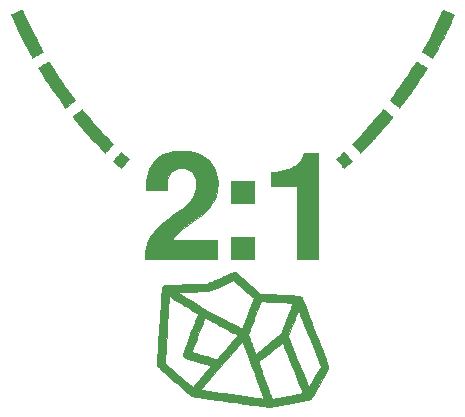
<source format=gbr>
G04 #@! TF.GenerationSoftware,KiCad,Pcbnew,5.1.5+dfsg1-2build2*
G04 #@! TF.CreationDate,2021-05-19T21:24:38-04:00*
G04 #@! TF.ProjectId,ocean_tile_ore,6f636561-6e5f-4746-996c-655f6f72652e,rev?*
G04 #@! TF.SameCoordinates,Original*
G04 #@! TF.FileFunction,Legend,Top*
G04 #@! TF.FilePolarity,Positive*
%FSLAX46Y46*%
G04 Gerber Fmt 4.6, Leading zero omitted, Abs format (unit mm)*
G04 Created by KiCad (PCBNEW 5.1.5+dfsg1-2build2) date 2021-05-19 21:24:38*
%MOMM*%
%LPD*%
G04 APERTURE LIST*
%ADD10C,0.010000*%
G04 APERTURE END LIST*
D10*
G36*
X418925Y-6232214D02*
G01*
X464499Y-6251759D01*
X479894Y-6260042D01*
X507167Y-6280484D01*
X562990Y-6326713D01*
X644456Y-6396188D01*
X748657Y-6486367D01*
X872684Y-6594710D01*
X1013631Y-6718674D01*
X1168590Y-6855719D01*
X1334652Y-7003304D01*
X1508909Y-7158887D01*
X1530226Y-7177967D01*
X2514074Y-8058850D01*
X2839246Y-8074258D01*
X2918810Y-8078102D01*
X3035901Y-8083864D01*
X3185768Y-8091305D01*
X3363659Y-8100187D01*
X3564823Y-8110272D01*
X3784508Y-8121322D01*
X4017963Y-8133098D01*
X4260437Y-8145362D01*
X4507178Y-8157876D01*
X4522129Y-8158635D01*
X4796129Y-8172613D01*
X5031046Y-8184785D01*
X5230082Y-8195405D01*
X5396437Y-8204726D01*
X5533313Y-8213002D01*
X5643910Y-8220487D01*
X5731430Y-8227433D01*
X5799072Y-8234096D01*
X5850038Y-8240728D01*
X5887529Y-8247584D01*
X5914746Y-8254916D01*
X5934889Y-8262979D01*
X5950879Y-8271850D01*
X6003378Y-8310493D01*
X6041087Y-8348612D01*
X6044967Y-8354340D01*
X6055228Y-8378180D01*
X6080013Y-8439234D01*
X6118449Y-8535283D01*
X6169660Y-8664108D01*
X6232773Y-8823490D01*
X6306914Y-9011209D01*
X6391208Y-9225046D01*
X6484781Y-9462781D01*
X6586760Y-9722196D01*
X6696270Y-10001071D01*
X6812438Y-10297187D01*
X6934388Y-10608324D01*
X7061247Y-10932264D01*
X7192140Y-11266787D01*
X7198025Y-11281834D01*
X7357377Y-11689486D01*
X7501825Y-12059503D01*
X7632025Y-12393617D01*
X7748633Y-12693564D01*
X7852304Y-12961076D01*
X7943695Y-13197888D01*
X8023462Y-13405733D01*
X8092260Y-13586347D01*
X8150746Y-13741462D01*
X8199574Y-13872813D01*
X8239401Y-13982134D01*
X8270884Y-14071159D01*
X8294677Y-14141621D01*
X8311436Y-14195255D01*
X8321818Y-14233795D01*
X8326478Y-14258974D01*
X8326884Y-14266334D01*
X8325022Y-14287995D01*
X8318961Y-14314485D01*
X8307257Y-14348529D01*
X8288466Y-14392856D01*
X8261145Y-14450191D01*
X8223851Y-14523260D01*
X8175141Y-14614791D01*
X8113569Y-14727509D01*
X8037694Y-14864142D01*
X7946071Y-15027415D01*
X7837257Y-15220056D01*
X7709809Y-15444791D01*
X7609679Y-15621000D01*
X7487917Y-15834646D01*
X7371143Y-16038553D01*
X7261206Y-16229553D01*
X7159958Y-16404476D01*
X7069250Y-16560151D01*
X6990932Y-16693409D01*
X6926856Y-16801081D01*
X6878871Y-16879997D01*
X6848830Y-16926987D01*
X6840571Y-16938136D01*
X6785314Y-16984213D01*
X6724577Y-17016329D01*
X6722217Y-17017123D01*
X6680610Y-17027745D01*
X6601996Y-17044928D01*
X6490303Y-17067946D01*
X6349458Y-17096071D01*
X6183386Y-17128576D01*
X5996016Y-17164734D01*
X5791273Y-17203818D01*
X5573084Y-17245100D01*
X5345376Y-17287853D01*
X5112077Y-17331350D01*
X4877111Y-17374865D01*
X4644408Y-17417669D01*
X4417892Y-17459035D01*
X4201491Y-17498237D01*
X3999131Y-17534548D01*
X3814740Y-17567239D01*
X3652244Y-17595584D01*
X3515569Y-17618855D01*
X3408644Y-17636326D01*
X3335393Y-17647270D01*
X3299744Y-17650958D01*
X3299574Y-17650955D01*
X3265872Y-17647804D01*
X3192633Y-17639038D01*
X3082235Y-17624981D01*
X2937054Y-17605958D01*
X2759468Y-17582294D01*
X2551854Y-17554313D01*
X2316591Y-17522339D01*
X2056055Y-17486698D01*
X1772623Y-17447714D01*
X1468674Y-17405711D01*
X1146584Y-17361014D01*
X808731Y-17313947D01*
X457492Y-17264835D01*
X95246Y-17214003D01*
X-20094Y-17197781D01*
X-424047Y-17140789D01*
X-809038Y-17086185D01*
X-1173256Y-17034237D01*
X-1514891Y-16985212D01*
X-1832132Y-16939377D01*
X-2123169Y-16896997D01*
X-2386192Y-16858342D01*
X-2619391Y-16823677D01*
X-2820955Y-16793270D01*
X-2989075Y-16767387D01*
X-3121940Y-16746296D01*
X-3217740Y-16730264D01*
X-3274665Y-16719557D01*
X-3290344Y-16715408D01*
X-3319704Y-16694918D01*
X-3377523Y-16648844D01*
X-3460954Y-16579694D01*
X-3567150Y-16489977D01*
X-3693262Y-16382204D01*
X-3836443Y-16258883D01*
X-3917525Y-16188640D01*
X-2513634Y-16188640D01*
X-2493615Y-16192739D01*
X-2434712Y-16202324D01*
X-2339956Y-16216959D01*
X-2212380Y-16236210D01*
X-2055016Y-16259642D01*
X-1870897Y-16286819D01*
X-1663054Y-16317306D01*
X-1434521Y-16350668D01*
X-1188330Y-16386471D01*
X-927512Y-16424278D01*
X-655100Y-16463655D01*
X-374127Y-16504167D01*
X-87626Y-16545379D01*
X201373Y-16586855D01*
X489836Y-16628161D01*
X774731Y-16668861D01*
X1053025Y-16708520D01*
X1321687Y-16746703D01*
X1577683Y-16782975D01*
X1817983Y-16816902D01*
X2039552Y-16848047D01*
X2239359Y-16875975D01*
X2414372Y-16900253D01*
X2561558Y-16920443D01*
X2677885Y-16936113D01*
X2760320Y-16946825D01*
X2805832Y-16952146D01*
X2809875Y-16952498D01*
X2834395Y-16942386D01*
X2836334Y-16935359D01*
X2829184Y-16912741D01*
X2808460Y-16853412D01*
X2775250Y-16760334D01*
X2730642Y-16636469D01*
X2675724Y-16484779D01*
X2611583Y-16308225D01*
X2539308Y-16109769D01*
X2459986Y-15892373D01*
X2374706Y-15658999D01*
X2284554Y-15412608D01*
X2190620Y-15156162D01*
X2093990Y-14892624D01*
X1995754Y-14624955D01*
X1896998Y-14356116D01*
X1798810Y-14089069D01*
X1707538Y-13841063D01*
X2396912Y-13841063D01*
X2403342Y-13861912D01*
X2423008Y-13918803D01*
X2454563Y-14008035D01*
X2496658Y-14125907D01*
X2547949Y-14268720D01*
X2607087Y-14432771D01*
X2672726Y-14614362D01*
X2743519Y-14809790D01*
X2818119Y-15015356D01*
X2895180Y-15227358D01*
X2973354Y-15442097D01*
X3051294Y-15655871D01*
X3127654Y-15864979D01*
X3201087Y-16065722D01*
X3270246Y-16254398D01*
X3333783Y-16427307D01*
X3390353Y-16580747D01*
X3438609Y-16711020D01*
X3477202Y-16814423D01*
X3504787Y-16887256D01*
X3516581Y-16917459D01*
X3538022Y-16958880D01*
X3556007Y-16975667D01*
X3579104Y-16971822D01*
X3640184Y-16960737D01*
X3735642Y-16943089D01*
X3861875Y-16919552D01*
X4015279Y-16890803D01*
X4192249Y-16857516D01*
X4389182Y-16820368D01*
X4602474Y-16780034D01*
X4828520Y-16737189D01*
X4854547Y-16732250D01*
X5081894Y-16689156D01*
X5296964Y-16648498D01*
X5496145Y-16610952D01*
X5675822Y-16577194D01*
X5832381Y-16547899D01*
X5962209Y-16523745D01*
X6061690Y-16505406D01*
X6127212Y-16493560D01*
X6155160Y-16488881D01*
X6155786Y-16488834D01*
X6149993Y-16469734D01*
X6129489Y-16414474D01*
X6095503Y-16326110D01*
X6049266Y-16207697D01*
X5992009Y-16062291D01*
X5924962Y-15892949D01*
X5849354Y-15702727D01*
X5766417Y-15494681D01*
X5677380Y-15271867D01*
X5583474Y-15037341D01*
X5485929Y-14794159D01*
X5385976Y-14545378D01*
X5284845Y-14294053D01*
X5183766Y-14043241D01*
X5083969Y-13795998D01*
X4986685Y-13555379D01*
X4893144Y-13324442D01*
X4804577Y-13106242D01*
X4722213Y-12903835D01*
X4647283Y-12720278D01*
X4581017Y-12558626D01*
X4524646Y-12421935D01*
X4479400Y-12313263D01*
X4446509Y-12235664D01*
X4427203Y-12192196D01*
X4422716Y-12183827D01*
X4405258Y-12195140D01*
X4358601Y-12230668D01*
X4286149Y-12287625D01*
X4191308Y-12363225D01*
X4077482Y-12454682D01*
X3948078Y-12559211D01*
X3806499Y-12674026D01*
X3656153Y-12796341D01*
X3500443Y-12923371D01*
X3342775Y-13052329D01*
X3186555Y-13180431D01*
X3035187Y-13304889D01*
X2892077Y-13422920D01*
X2760631Y-13531736D01*
X2644252Y-13628553D01*
X2546347Y-13710584D01*
X2470322Y-13775043D01*
X2419580Y-13819146D01*
X2397527Y-13840106D01*
X2396912Y-13841063D01*
X1707538Y-13841063D01*
X1702280Y-13826777D01*
X1608494Y-13572200D01*
X1518540Y-13328302D01*
X1433506Y-13098042D01*
X1354480Y-12884385D01*
X1282551Y-12690290D01*
X1218805Y-12518720D01*
X1164332Y-12372636D01*
X1120218Y-12255001D01*
X1087551Y-12168776D01*
X1067420Y-12116923D01*
X1061027Y-12102126D01*
X1044314Y-12114439D01*
X1001928Y-12156532D01*
X935868Y-12226149D01*
X848129Y-12321030D01*
X740708Y-12438917D01*
X615603Y-12577551D01*
X474809Y-12734674D01*
X320325Y-12908028D01*
X154145Y-13095354D01*
X-21732Y-13294393D01*
X-205311Y-13502887D01*
X-394594Y-13718577D01*
X-587584Y-13939206D01*
X-782285Y-14162514D01*
X-976700Y-14386243D01*
X-1168833Y-14608134D01*
X-1356686Y-14825929D01*
X-1538263Y-15037370D01*
X-1662747Y-15182947D01*
X-1812640Y-15358717D01*
X-1954216Y-15525002D01*
X-2085107Y-15679002D01*
X-2202944Y-15817915D01*
X-2305357Y-15938943D01*
X-2389977Y-16039285D01*
X-2454435Y-16116140D01*
X-2496362Y-16166709D01*
X-2513389Y-16188192D01*
X-2513634Y-16188640D01*
X-3917525Y-16188640D01*
X-3993845Y-16122524D01*
X-4162622Y-15975635D01*
X-4339925Y-15820727D01*
X-4522906Y-15660307D01*
X-4708718Y-15496886D01*
X-4894515Y-15332973D01*
X-5077447Y-15171077D01*
X-5254667Y-15013707D01*
X-5423328Y-14863372D01*
X-5580582Y-14722582D01*
X-5723582Y-14593845D01*
X-5849480Y-14479672D01*
X-5955429Y-14382571D01*
X-6038580Y-14305052D01*
X-6096086Y-14249623D01*
X-6125101Y-14218795D01*
X-6127482Y-14215381D01*
X-6169548Y-14140959D01*
X-6157306Y-13931583D01*
X-5521512Y-13931583D01*
X-5445440Y-13998417D01*
X-5132888Y-14272998D01*
X-4850571Y-14520962D01*
X-4596921Y-14743637D01*
X-4370374Y-14942348D01*
X-4169364Y-15118425D01*
X-3992326Y-15273195D01*
X-3837694Y-15407984D01*
X-3703903Y-15524121D01*
X-3589387Y-15622934D01*
X-3492581Y-15705749D01*
X-3411918Y-15773894D01*
X-3345835Y-15828697D01*
X-3292764Y-15871485D01*
X-3251141Y-15903585D01*
X-3219401Y-15926326D01*
X-3195977Y-15941035D01*
X-3179304Y-15949039D01*
X-3167816Y-15951666D01*
X-3159949Y-15950243D01*
X-3154136Y-15946097D01*
X-3151614Y-15943528D01*
X-3131633Y-15920805D01*
X-3086860Y-15868940D01*
X-3019944Y-15791028D01*
X-2933532Y-15690164D01*
X-2830272Y-15569443D01*
X-2712812Y-15431959D01*
X-2583801Y-15280807D01*
X-2445886Y-15119081D01*
X-2371274Y-15031533D01*
X-2231375Y-14866680D01*
X-2100675Y-14711384D01*
X-1981606Y-14568626D01*
X-1876604Y-14441385D01*
X-1788100Y-14332641D01*
X-1718529Y-14245374D01*
X-1670324Y-14182564D01*
X-1645920Y-14147191D01*
X-1643567Y-14140466D01*
X-1666790Y-14131648D01*
X-1726828Y-14112184D01*
X-1819846Y-14083237D01*
X-1942005Y-14045965D01*
X-2089467Y-14001529D01*
X-2258396Y-13951089D01*
X-2444953Y-13895805D01*
X-2645300Y-13836838D01*
X-2730500Y-13811877D01*
X-2936934Y-13751179D01*
X-3132366Y-13693138D01*
X-3312773Y-13638988D01*
X-3474133Y-13589965D01*
X-3612424Y-13547302D01*
X-3723622Y-13512234D01*
X-3803707Y-13485994D01*
X-3848655Y-13469819D01*
X-3855630Y-13466600D01*
X-3916167Y-13412198D01*
X-3966275Y-13333067D01*
X-3996178Y-13246808D01*
X-4000500Y-13205782D01*
X-3993041Y-13174384D01*
X-3971264Y-13105947D01*
X-3936063Y-13002937D01*
X-3931343Y-12989573D01*
X-3252316Y-12989573D01*
X-3231182Y-12996925D01*
X-3174105Y-13014845D01*
X-3085751Y-13041941D01*
X-2970788Y-13076826D01*
X-2833883Y-13118110D01*
X-2679702Y-13164405D01*
X-2512913Y-13214321D01*
X-2338183Y-13266471D01*
X-2160178Y-13319464D01*
X-1983566Y-13371913D01*
X-1813013Y-13422428D01*
X-1653187Y-13469620D01*
X-1508754Y-13512101D01*
X-1384382Y-13548482D01*
X-1284737Y-13577373D01*
X-1214486Y-13597386D01*
X-1178297Y-13607132D01*
X-1174750Y-13607849D01*
X-1157420Y-13592749D01*
X-1114548Y-13548505D01*
X-1048539Y-13477772D01*
X-961798Y-13383202D01*
X-856731Y-13267450D01*
X-735743Y-13133168D01*
X-601239Y-12983010D01*
X-455626Y-12819629D01*
X-301308Y-12645679D01*
X-254000Y-12592197D01*
X-97791Y-12415351D01*
X49955Y-12247827D01*
X186875Y-12092319D01*
X310607Y-11951524D01*
X418787Y-11828138D01*
X509052Y-11724858D01*
X579040Y-11644378D01*
X626388Y-11589397D01*
X648733Y-11562608D01*
X650205Y-11560480D01*
X632574Y-11549297D01*
X580879Y-11520551D01*
X498671Y-11476093D01*
X471822Y-11461750D01*
X1523575Y-11461750D01*
X1530504Y-11487617D01*
X1550348Y-11547457D01*
X1581283Y-11636331D01*
X1621481Y-11749301D01*
X1669116Y-11881428D01*
X1722362Y-12027774D01*
X1779393Y-12183399D01*
X1838382Y-12343366D01*
X1897504Y-12502736D01*
X1954931Y-12656571D01*
X2008838Y-12799931D01*
X2057398Y-12927878D01*
X2098785Y-13035473D01*
X2131173Y-13117779D01*
X2152735Y-13169856D01*
X2161507Y-13186834D01*
X2179947Y-13173721D01*
X2228247Y-13135881D01*
X2303640Y-13075563D01*
X2403360Y-12995016D01*
X2524642Y-12896489D01*
X2664718Y-12782231D01*
X2820824Y-12654490D01*
X2990192Y-12515515D01*
X3170057Y-12367555D01*
X3231197Y-12317180D01*
X4055288Y-11637902D01*
X4896367Y-11637902D01*
X5776642Y-13810463D01*
X5913938Y-14149225D01*
X6036283Y-14450823D01*
X6144574Y-14717350D01*
X6239710Y-14950898D01*
X6322587Y-15153556D01*
X6394103Y-15327419D01*
X6455156Y-15474576D01*
X6506642Y-15597120D01*
X6549460Y-15697143D01*
X6584507Y-15776736D01*
X6612680Y-15837990D01*
X6634877Y-15882998D01*
X6651994Y-15913851D01*
X6664931Y-15932640D01*
X6674583Y-15941458D01*
X6681849Y-15942396D01*
X6687626Y-15937546D01*
X6688667Y-15936088D01*
X6705493Y-15908343D01*
X6740937Y-15847732D01*
X6792728Y-15758210D01*
X6858592Y-15643730D01*
X6936260Y-15508247D01*
X7023459Y-15355716D01*
X7117917Y-15190090D01*
X7192107Y-15059746D01*
X7663797Y-14230342D01*
X6728314Y-11835338D01*
X6609525Y-11531474D01*
X6494903Y-11238776D01*
X6385396Y-10959638D01*
X6281954Y-10696457D01*
X6185525Y-10451630D01*
X6097056Y-10227552D01*
X6017497Y-10026619D01*
X5947796Y-9851228D01*
X5888901Y-9703775D01*
X5841762Y-9586655D01*
X5807325Y-9502266D01*
X5786541Y-9453003D01*
X5780374Y-9440493D01*
X5770484Y-9459627D01*
X5746511Y-9514616D01*
X5709894Y-9601928D01*
X5662075Y-9718033D01*
X5604494Y-9859402D01*
X5538589Y-10022503D01*
X5465803Y-10203806D01*
X5387574Y-10399781D01*
X5332142Y-10539278D01*
X4896367Y-11637902D01*
X4055288Y-11637902D01*
X4286250Y-11447526D01*
X4802162Y-10146689D01*
X4890226Y-9924247D01*
X4973314Y-9713606D01*
X5050160Y-9518025D01*
X5119497Y-9340764D01*
X5180061Y-9185082D01*
X5230583Y-9054239D01*
X5269799Y-8951495D01*
X5296442Y-8880108D01*
X5309246Y-8843339D01*
X5310162Y-8838961D01*
X5288126Y-8836573D01*
X5228203Y-8832432D01*
X5134717Y-8826753D01*
X5011988Y-8819753D01*
X4864339Y-8811647D01*
X4696091Y-8802651D01*
X4511568Y-8792981D01*
X4315089Y-8782853D01*
X4110978Y-8772483D01*
X3903557Y-8762086D01*
X3697147Y-8751878D01*
X3496070Y-8742076D01*
X3304648Y-8732894D01*
X3127204Y-8724550D01*
X2968059Y-8717258D01*
X2831535Y-8711235D01*
X2721954Y-8706696D01*
X2643638Y-8703857D01*
X2600908Y-8702935D01*
X2594145Y-8703318D01*
X2584771Y-8724998D01*
X2561698Y-8782233D01*
X2526433Y-8871135D01*
X2480488Y-8987815D01*
X2425370Y-9128386D01*
X2362589Y-9288957D01*
X2293654Y-9465640D01*
X2220075Y-9654548D01*
X2143360Y-9851790D01*
X2065019Y-10053479D01*
X1986561Y-10255725D01*
X1909496Y-10454641D01*
X1835332Y-10646336D01*
X1765579Y-10826923D01*
X1701746Y-10992514D01*
X1645342Y-11139218D01*
X1597876Y-11263148D01*
X1560859Y-11360415D01*
X1535798Y-11427130D01*
X1524203Y-11459405D01*
X1523575Y-11461750D01*
X471822Y-11461750D01*
X389506Y-11417777D01*
X256934Y-11347456D01*
X104510Y-11266981D01*
X-64213Y-11178206D01*
X-245682Y-11082984D01*
X-436345Y-10983167D01*
X-632648Y-10880609D01*
X-831038Y-10777162D01*
X-1027963Y-10674678D01*
X-1219868Y-10575011D01*
X-1403201Y-10480013D01*
X-1574409Y-10391538D01*
X-1729939Y-10311437D01*
X-1866238Y-10241564D01*
X-1979752Y-10183772D01*
X-2066929Y-10139913D01*
X-2124215Y-10111840D01*
X-2147698Y-10101484D01*
X-2157890Y-10119906D01*
X-2181482Y-10174191D01*
X-2217027Y-10260556D01*
X-2263080Y-10375221D01*
X-2318193Y-10514402D01*
X-2380921Y-10674318D01*
X-2449816Y-10851188D01*
X-2523433Y-11041228D01*
X-2600325Y-11240659D01*
X-2679044Y-11445696D01*
X-2758146Y-11652560D01*
X-2836183Y-11857467D01*
X-2911709Y-12056636D01*
X-2983278Y-12246285D01*
X-3049442Y-12422632D01*
X-3108756Y-12581895D01*
X-3159773Y-12720292D01*
X-3201046Y-12834042D01*
X-3231130Y-12919363D01*
X-3248577Y-12972472D01*
X-3252316Y-12989573D01*
X-3931343Y-12989573D01*
X-3888334Y-12867818D01*
X-3828975Y-12703055D01*
X-3758880Y-12511115D01*
X-3678946Y-12294462D01*
X-3590070Y-12055563D01*
X-3493146Y-11796881D01*
X-3389072Y-11520883D01*
X-3364125Y-11454969D01*
X-3267942Y-11200716D01*
X-3176336Y-10957991D01*
X-3090384Y-10729685D01*
X-3011165Y-10518687D01*
X-2939757Y-10327889D01*
X-2877238Y-10160181D01*
X-2824687Y-10018453D01*
X-2783182Y-9905597D01*
X-2753801Y-9824502D01*
X-2737623Y-9778059D01*
X-2734733Y-9767712D01*
X-2756481Y-9752492D01*
X-2810151Y-9717516D01*
X-2892186Y-9665004D01*
X-2999027Y-9597178D01*
X-3127118Y-9516259D01*
X-3272900Y-9424467D01*
X-3432817Y-9324024D01*
X-3603311Y-9217150D01*
X-3780825Y-9106066D01*
X-3961800Y-8992993D01*
X-4142680Y-8880153D01*
X-4319907Y-8769766D01*
X-4489923Y-8664052D01*
X-4649172Y-8565234D01*
X-4794095Y-8475531D01*
X-4921135Y-8397165D01*
X-5026734Y-8332357D01*
X-5107336Y-8283327D01*
X-5159382Y-8252297D01*
X-5179316Y-8241487D01*
X-5179401Y-8241513D01*
X-5181732Y-8263368D01*
X-5186360Y-8325035D01*
X-5193133Y-8424063D01*
X-5201901Y-8558002D01*
X-5212511Y-8724400D01*
X-5224814Y-8920807D01*
X-5238658Y-9144772D01*
X-5253892Y-9393844D01*
X-5270365Y-9665572D01*
X-5287925Y-9957507D01*
X-5306422Y-10267197D01*
X-5325705Y-10592190D01*
X-5345623Y-10930038D01*
X-5355078Y-11091170D01*
X-5521512Y-13931583D01*
X-6157306Y-13931583D01*
X-5976662Y-10842196D01*
X-5950358Y-10393307D01*
X-5926297Y-9984874D01*
X-5904356Y-9615086D01*
X-5884413Y-9282131D01*
X-5866347Y-8984199D01*
X-5850035Y-8719478D01*
X-5835354Y-8486157D01*
X-5822184Y-8282424D01*
X-5810401Y-8106469D01*
X-5799884Y-7956480D01*
X-5797314Y-7921967D01*
X-4416149Y-7921967D01*
X-4400576Y-7938862D01*
X-4363068Y-7968512D01*
X-4301853Y-8012094D01*
X-4215162Y-8070789D01*
X-4101225Y-8145778D01*
X-3958270Y-8238240D01*
X-3784528Y-8349354D01*
X-3578228Y-8480302D01*
X-3342640Y-8629086D01*
X-2211916Y-9341838D01*
X-613833Y-10173330D01*
X-372152Y-10299014D01*
X-141288Y-10418949D01*
X76008Y-10531713D01*
X276984Y-10635883D01*
X458888Y-10730037D01*
X618967Y-10812752D01*
X754469Y-10882606D01*
X862643Y-10938177D01*
X940737Y-10978042D01*
X985998Y-11000778D01*
X996696Y-11005744D01*
X1006341Y-10986724D01*
X1030000Y-10931529D01*
X1066355Y-10843444D01*
X1114091Y-10725752D01*
X1171891Y-10581738D01*
X1238438Y-10414688D01*
X1312416Y-10227886D01*
X1392508Y-10024617D01*
X1477399Y-9808166D01*
X1506714Y-9733192D01*
X2004286Y-8459718D01*
X1197935Y-7740257D01*
X1039467Y-7598837D01*
X889195Y-7464681D01*
X750353Y-7340676D01*
X626173Y-7229712D01*
X519885Y-7134678D01*
X434724Y-7058463D01*
X373920Y-7003957D01*
X340706Y-6974049D01*
X337212Y-6970864D01*
X282841Y-6920933D01*
X-91375Y-7101619D01*
X-447963Y-7270566D01*
X-775056Y-7418872D01*
X-1070768Y-7545706D01*
X-1333213Y-7650238D01*
X-1363315Y-7661593D01*
X-1463989Y-7699383D01*
X-1551560Y-7731694D01*
X-1630249Y-7759049D01*
X-1704273Y-7781968D01*
X-1777853Y-7800976D01*
X-1855207Y-7816593D01*
X-1940556Y-7829342D01*
X-2038119Y-7839746D01*
X-2152115Y-7848327D01*
X-2286763Y-7855607D01*
X-2446284Y-7862108D01*
X-2634896Y-7868352D01*
X-2856818Y-7874863D01*
X-3116271Y-7882161D01*
X-3153833Y-7883219D01*
X-3376714Y-7889471D01*
X-3588262Y-7895336D01*
X-3784446Y-7900707D01*
X-3961235Y-7905477D01*
X-4114597Y-7909539D01*
X-4240499Y-7912786D01*
X-4334911Y-7915111D01*
X-4393800Y-7916406D01*
X-4411557Y-7916644D01*
X-4416149Y-7921967D01*
X-5797314Y-7921967D01*
X-5790511Y-7830646D01*
X-5782160Y-7727156D01*
X-5774708Y-7644199D01*
X-5768034Y-7579963D01*
X-5762015Y-7532637D01*
X-5756529Y-7500410D01*
X-5751454Y-7481470D01*
X-5749901Y-7477927D01*
X-5709015Y-7423498D01*
X-5651503Y-7373045D01*
X-5639697Y-7365246D01*
X-5625043Y-7356623D01*
X-5608888Y-7349019D01*
X-5588360Y-7342276D01*
X-5560588Y-7336237D01*
X-5522698Y-7330745D01*
X-5471819Y-7325643D01*
X-5405079Y-7320773D01*
X-5319606Y-7315979D01*
X-5212527Y-7311103D01*
X-5080971Y-7305988D01*
X-4922065Y-7300476D01*
X-4732937Y-7294411D01*
X-4510715Y-7287636D01*
X-4252527Y-7279993D01*
X-3955501Y-7271325D01*
X-3887642Y-7269351D01*
X-3621700Y-7261546D01*
X-3365574Y-7253889D01*
X-3122776Y-7246492D01*
X-2896818Y-7239470D01*
X-2691213Y-7232935D01*
X-2509474Y-7227001D01*
X-2355113Y-7221783D01*
X-2231642Y-7217392D01*
X-2142576Y-7213943D01*
X-2091425Y-7211549D01*
X-2084916Y-7211124D01*
X-1985468Y-7194649D01*
X-1851859Y-7158120D01*
X-1686635Y-7102571D01*
X-1492339Y-7029041D01*
X-1271517Y-6938566D01*
X-1026713Y-6832181D01*
X-760472Y-6710924D01*
X-475338Y-6575831D01*
X-226940Y-6454330D01*
X-63674Y-6374252D01*
X67359Y-6312644D01*
X171298Y-6268094D01*
X253285Y-6239189D01*
X318458Y-6224516D01*
X371958Y-6222662D01*
X418925Y-6232214D01*
G37*
X418925Y-6232214D02*
X464499Y-6251759D01*
X479894Y-6260042D01*
X507167Y-6280484D01*
X562990Y-6326713D01*
X644456Y-6396188D01*
X748657Y-6486367D01*
X872684Y-6594710D01*
X1013631Y-6718674D01*
X1168590Y-6855719D01*
X1334652Y-7003304D01*
X1508909Y-7158887D01*
X1530226Y-7177967D01*
X2514074Y-8058850D01*
X2839246Y-8074258D01*
X2918810Y-8078102D01*
X3035901Y-8083864D01*
X3185768Y-8091305D01*
X3363659Y-8100187D01*
X3564823Y-8110272D01*
X3784508Y-8121322D01*
X4017963Y-8133098D01*
X4260437Y-8145362D01*
X4507178Y-8157876D01*
X4522129Y-8158635D01*
X4796129Y-8172613D01*
X5031046Y-8184785D01*
X5230082Y-8195405D01*
X5396437Y-8204726D01*
X5533313Y-8213002D01*
X5643910Y-8220487D01*
X5731430Y-8227433D01*
X5799072Y-8234096D01*
X5850038Y-8240728D01*
X5887529Y-8247584D01*
X5914746Y-8254916D01*
X5934889Y-8262979D01*
X5950879Y-8271850D01*
X6003378Y-8310493D01*
X6041087Y-8348612D01*
X6044967Y-8354340D01*
X6055228Y-8378180D01*
X6080013Y-8439234D01*
X6118449Y-8535283D01*
X6169660Y-8664108D01*
X6232773Y-8823490D01*
X6306914Y-9011209D01*
X6391208Y-9225046D01*
X6484781Y-9462781D01*
X6586760Y-9722196D01*
X6696270Y-10001071D01*
X6812438Y-10297187D01*
X6934388Y-10608324D01*
X7061247Y-10932264D01*
X7192140Y-11266787D01*
X7198025Y-11281834D01*
X7357377Y-11689486D01*
X7501825Y-12059503D01*
X7632025Y-12393617D01*
X7748633Y-12693564D01*
X7852304Y-12961076D01*
X7943695Y-13197888D01*
X8023462Y-13405733D01*
X8092260Y-13586347D01*
X8150746Y-13741462D01*
X8199574Y-13872813D01*
X8239401Y-13982134D01*
X8270884Y-14071159D01*
X8294677Y-14141621D01*
X8311436Y-14195255D01*
X8321818Y-14233795D01*
X8326478Y-14258974D01*
X8326884Y-14266334D01*
X8325022Y-14287995D01*
X8318961Y-14314485D01*
X8307257Y-14348529D01*
X8288466Y-14392856D01*
X8261145Y-14450191D01*
X8223851Y-14523260D01*
X8175141Y-14614791D01*
X8113569Y-14727509D01*
X8037694Y-14864142D01*
X7946071Y-15027415D01*
X7837257Y-15220056D01*
X7709809Y-15444791D01*
X7609679Y-15621000D01*
X7487917Y-15834646D01*
X7371143Y-16038553D01*
X7261206Y-16229553D01*
X7159958Y-16404476D01*
X7069250Y-16560151D01*
X6990932Y-16693409D01*
X6926856Y-16801081D01*
X6878871Y-16879997D01*
X6848830Y-16926987D01*
X6840571Y-16938136D01*
X6785314Y-16984213D01*
X6724577Y-17016329D01*
X6722217Y-17017123D01*
X6680610Y-17027745D01*
X6601996Y-17044928D01*
X6490303Y-17067946D01*
X6349458Y-17096071D01*
X6183386Y-17128576D01*
X5996016Y-17164734D01*
X5791273Y-17203818D01*
X5573084Y-17245100D01*
X5345376Y-17287853D01*
X5112077Y-17331350D01*
X4877111Y-17374865D01*
X4644408Y-17417669D01*
X4417892Y-17459035D01*
X4201491Y-17498237D01*
X3999131Y-17534548D01*
X3814740Y-17567239D01*
X3652244Y-17595584D01*
X3515569Y-17618855D01*
X3408644Y-17636326D01*
X3335393Y-17647270D01*
X3299744Y-17650958D01*
X3299574Y-17650955D01*
X3265872Y-17647804D01*
X3192633Y-17639038D01*
X3082235Y-17624981D01*
X2937054Y-17605958D01*
X2759468Y-17582294D01*
X2551854Y-17554313D01*
X2316591Y-17522339D01*
X2056055Y-17486698D01*
X1772623Y-17447714D01*
X1468674Y-17405711D01*
X1146584Y-17361014D01*
X808731Y-17313947D01*
X457492Y-17264835D01*
X95246Y-17214003D01*
X-20094Y-17197781D01*
X-424047Y-17140789D01*
X-809038Y-17086185D01*
X-1173256Y-17034237D01*
X-1514891Y-16985212D01*
X-1832132Y-16939377D01*
X-2123169Y-16896997D01*
X-2386192Y-16858342D01*
X-2619391Y-16823677D01*
X-2820955Y-16793270D01*
X-2989075Y-16767387D01*
X-3121940Y-16746296D01*
X-3217740Y-16730264D01*
X-3274665Y-16719557D01*
X-3290344Y-16715408D01*
X-3319704Y-16694918D01*
X-3377523Y-16648844D01*
X-3460954Y-16579694D01*
X-3567150Y-16489977D01*
X-3693262Y-16382204D01*
X-3836443Y-16258883D01*
X-3917525Y-16188640D01*
X-2513634Y-16188640D01*
X-2493615Y-16192739D01*
X-2434712Y-16202324D01*
X-2339956Y-16216959D01*
X-2212380Y-16236210D01*
X-2055016Y-16259642D01*
X-1870897Y-16286819D01*
X-1663054Y-16317306D01*
X-1434521Y-16350668D01*
X-1188330Y-16386471D01*
X-927512Y-16424278D01*
X-655100Y-16463655D01*
X-374127Y-16504167D01*
X-87626Y-16545379D01*
X201373Y-16586855D01*
X489836Y-16628161D01*
X774731Y-16668861D01*
X1053025Y-16708520D01*
X1321687Y-16746703D01*
X1577683Y-16782975D01*
X1817983Y-16816902D01*
X2039552Y-16848047D01*
X2239359Y-16875975D01*
X2414372Y-16900253D01*
X2561558Y-16920443D01*
X2677885Y-16936113D01*
X2760320Y-16946825D01*
X2805832Y-16952146D01*
X2809875Y-16952498D01*
X2834395Y-16942386D01*
X2836334Y-16935359D01*
X2829184Y-16912741D01*
X2808460Y-16853412D01*
X2775250Y-16760334D01*
X2730642Y-16636469D01*
X2675724Y-16484779D01*
X2611583Y-16308225D01*
X2539308Y-16109769D01*
X2459986Y-15892373D01*
X2374706Y-15658999D01*
X2284554Y-15412608D01*
X2190620Y-15156162D01*
X2093990Y-14892624D01*
X1995754Y-14624955D01*
X1896998Y-14356116D01*
X1798810Y-14089069D01*
X1707538Y-13841063D01*
X2396912Y-13841063D01*
X2403342Y-13861912D01*
X2423008Y-13918803D01*
X2454563Y-14008035D01*
X2496658Y-14125907D01*
X2547949Y-14268720D01*
X2607087Y-14432771D01*
X2672726Y-14614362D01*
X2743519Y-14809790D01*
X2818119Y-15015356D01*
X2895180Y-15227358D01*
X2973354Y-15442097D01*
X3051294Y-15655871D01*
X3127654Y-15864979D01*
X3201087Y-16065722D01*
X3270246Y-16254398D01*
X3333783Y-16427307D01*
X3390353Y-16580747D01*
X3438609Y-16711020D01*
X3477202Y-16814423D01*
X3504787Y-16887256D01*
X3516581Y-16917459D01*
X3538022Y-16958880D01*
X3556007Y-16975667D01*
X3579104Y-16971822D01*
X3640184Y-16960737D01*
X3735642Y-16943089D01*
X3861875Y-16919552D01*
X4015279Y-16890803D01*
X4192249Y-16857516D01*
X4389182Y-16820368D01*
X4602474Y-16780034D01*
X4828520Y-16737189D01*
X4854547Y-16732250D01*
X5081894Y-16689156D01*
X5296964Y-16648498D01*
X5496145Y-16610952D01*
X5675822Y-16577194D01*
X5832381Y-16547899D01*
X5962209Y-16523745D01*
X6061690Y-16505406D01*
X6127212Y-16493560D01*
X6155160Y-16488881D01*
X6155786Y-16488834D01*
X6149993Y-16469734D01*
X6129489Y-16414474D01*
X6095503Y-16326110D01*
X6049266Y-16207697D01*
X5992009Y-16062291D01*
X5924962Y-15892949D01*
X5849354Y-15702727D01*
X5766417Y-15494681D01*
X5677380Y-15271867D01*
X5583474Y-15037341D01*
X5485929Y-14794159D01*
X5385976Y-14545378D01*
X5284845Y-14294053D01*
X5183766Y-14043241D01*
X5083969Y-13795998D01*
X4986685Y-13555379D01*
X4893144Y-13324442D01*
X4804577Y-13106242D01*
X4722213Y-12903835D01*
X4647283Y-12720278D01*
X4581017Y-12558626D01*
X4524646Y-12421935D01*
X4479400Y-12313263D01*
X4446509Y-12235664D01*
X4427203Y-12192196D01*
X4422716Y-12183827D01*
X4405258Y-12195140D01*
X4358601Y-12230668D01*
X4286149Y-12287625D01*
X4191308Y-12363225D01*
X4077482Y-12454682D01*
X3948078Y-12559211D01*
X3806499Y-12674026D01*
X3656153Y-12796341D01*
X3500443Y-12923371D01*
X3342775Y-13052329D01*
X3186555Y-13180431D01*
X3035187Y-13304889D01*
X2892077Y-13422920D01*
X2760631Y-13531736D01*
X2644252Y-13628553D01*
X2546347Y-13710584D01*
X2470322Y-13775043D01*
X2419580Y-13819146D01*
X2397527Y-13840106D01*
X2396912Y-13841063D01*
X1707538Y-13841063D01*
X1702280Y-13826777D01*
X1608494Y-13572200D01*
X1518540Y-13328302D01*
X1433506Y-13098042D01*
X1354480Y-12884385D01*
X1282551Y-12690290D01*
X1218805Y-12518720D01*
X1164332Y-12372636D01*
X1120218Y-12255001D01*
X1087551Y-12168776D01*
X1067420Y-12116923D01*
X1061027Y-12102126D01*
X1044314Y-12114439D01*
X1001928Y-12156532D01*
X935868Y-12226149D01*
X848129Y-12321030D01*
X740708Y-12438917D01*
X615603Y-12577551D01*
X474809Y-12734674D01*
X320325Y-12908028D01*
X154145Y-13095354D01*
X-21732Y-13294393D01*
X-205311Y-13502887D01*
X-394594Y-13718577D01*
X-587584Y-13939206D01*
X-782285Y-14162514D01*
X-976700Y-14386243D01*
X-1168833Y-14608134D01*
X-1356686Y-14825929D01*
X-1538263Y-15037370D01*
X-1662747Y-15182947D01*
X-1812640Y-15358717D01*
X-1954216Y-15525002D01*
X-2085107Y-15679002D01*
X-2202944Y-15817915D01*
X-2305357Y-15938943D01*
X-2389977Y-16039285D01*
X-2454435Y-16116140D01*
X-2496362Y-16166709D01*
X-2513389Y-16188192D01*
X-2513634Y-16188640D01*
X-3917525Y-16188640D01*
X-3993845Y-16122524D01*
X-4162622Y-15975635D01*
X-4339925Y-15820727D01*
X-4522906Y-15660307D01*
X-4708718Y-15496886D01*
X-4894515Y-15332973D01*
X-5077447Y-15171077D01*
X-5254667Y-15013707D01*
X-5423328Y-14863372D01*
X-5580582Y-14722582D01*
X-5723582Y-14593845D01*
X-5849480Y-14479672D01*
X-5955429Y-14382571D01*
X-6038580Y-14305052D01*
X-6096086Y-14249623D01*
X-6125101Y-14218795D01*
X-6127482Y-14215381D01*
X-6169548Y-14140959D01*
X-6157306Y-13931583D01*
X-5521512Y-13931583D01*
X-5445440Y-13998417D01*
X-5132888Y-14272998D01*
X-4850571Y-14520962D01*
X-4596921Y-14743637D01*
X-4370374Y-14942348D01*
X-4169364Y-15118425D01*
X-3992326Y-15273195D01*
X-3837694Y-15407984D01*
X-3703903Y-15524121D01*
X-3589387Y-15622934D01*
X-3492581Y-15705749D01*
X-3411918Y-15773894D01*
X-3345835Y-15828697D01*
X-3292764Y-15871485D01*
X-3251141Y-15903585D01*
X-3219401Y-15926326D01*
X-3195977Y-15941035D01*
X-3179304Y-15949039D01*
X-3167816Y-15951666D01*
X-3159949Y-15950243D01*
X-3154136Y-15946097D01*
X-3151614Y-15943528D01*
X-3131633Y-15920805D01*
X-3086860Y-15868940D01*
X-3019944Y-15791028D01*
X-2933532Y-15690164D01*
X-2830272Y-15569443D01*
X-2712812Y-15431959D01*
X-2583801Y-15280807D01*
X-2445886Y-15119081D01*
X-2371274Y-15031533D01*
X-2231375Y-14866680D01*
X-2100675Y-14711384D01*
X-1981606Y-14568626D01*
X-1876604Y-14441385D01*
X-1788100Y-14332641D01*
X-1718529Y-14245374D01*
X-1670324Y-14182564D01*
X-1645920Y-14147191D01*
X-1643567Y-14140466D01*
X-1666790Y-14131648D01*
X-1726828Y-14112184D01*
X-1819846Y-14083237D01*
X-1942005Y-14045965D01*
X-2089467Y-14001529D01*
X-2258396Y-13951089D01*
X-2444953Y-13895805D01*
X-2645300Y-13836838D01*
X-2730500Y-13811877D01*
X-2936934Y-13751179D01*
X-3132366Y-13693138D01*
X-3312773Y-13638988D01*
X-3474133Y-13589965D01*
X-3612424Y-13547302D01*
X-3723622Y-13512234D01*
X-3803707Y-13485994D01*
X-3848655Y-13469819D01*
X-3855630Y-13466600D01*
X-3916167Y-13412198D01*
X-3966275Y-13333067D01*
X-3996178Y-13246808D01*
X-4000500Y-13205782D01*
X-3993041Y-13174384D01*
X-3971264Y-13105947D01*
X-3936063Y-13002937D01*
X-3931343Y-12989573D01*
X-3252316Y-12989573D01*
X-3231182Y-12996925D01*
X-3174105Y-13014845D01*
X-3085751Y-13041941D01*
X-2970788Y-13076826D01*
X-2833883Y-13118110D01*
X-2679702Y-13164405D01*
X-2512913Y-13214321D01*
X-2338183Y-13266471D01*
X-2160178Y-13319464D01*
X-1983566Y-13371913D01*
X-1813013Y-13422428D01*
X-1653187Y-13469620D01*
X-1508754Y-13512101D01*
X-1384382Y-13548482D01*
X-1284737Y-13577373D01*
X-1214486Y-13597386D01*
X-1178297Y-13607132D01*
X-1174750Y-13607849D01*
X-1157420Y-13592749D01*
X-1114548Y-13548505D01*
X-1048539Y-13477772D01*
X-961798Y-13383202D01*
X-856731Y-13267450D01*
X-735743Y-13133168D01*
X-601239Y-12983010D01*
X-455626Y-12819629D01*
X-301308Y-12645679D01*
X-254000Y-12592197D01*
X-97791Y-12415351D01*
X49955Y-12247827D01*
X186875Y-12092319D01*
X310607Y-11951524D01*
X418787Y-11828138D01*
X509052Y-11724858D01*
X579040Y-11644378D01*
X626388Y-11589397D01*
X648733Y-11562608D01*
X650205Y-11560480D01*
X632574Y-11549297D01*
X580879Y-11520551D01*
X498671Y-11476093D01*
X471822Y-11461750D01*
X1523575Y-11461750D01*
X1530504Y-11487617D01*
X1550348Y-11547457D01*
X1581283Y-11636331D01*
X1621481Y-11749301D01*
X1669116Y-11881428D01*
X1722362Y-12027774D01*
X1779393Y-12183399D01*
X1838382Y-12343366D01*
X1897504Y-12502736D01*
X1954931Y-12656571D01*
X2008838Y-12799931D01*
X2057398Y-12927878D01*
X2098785Y-13035473D01*
X2131173Y-13117779D01*
X2152735Y-13169856D01*
X2161507Y-13186834D01*
X2179947Y-13173721D01*
X2228247Y-13135881D01*
X2303640Y-13075563D01*
X2403360Y-12995016D01*
X2524642Y-12896489D01*
X2664718Y-12782231D01*
X2820824Y-12654490D01*
X2990192Y-12515515D01*
X3170057Y-12367555D01*
X3231197Y-12317180D01*
X4055288Y-11637902D01*
X4896367Y-11637902D01*
X5776642Y-13810463D01*
X5913938Y-14149225D01*
X6036283Y-14450823D01*
X6144574Y-14717350D01*
X6239710Y-14950898D01*
X6322587Y-15153556D01*
X6394103Y-15327419D01*
X6455156Y-15474576D01*
X6506642Y-15597120D01*
X6549460Y-15697143D01*
X6584507Y-15776736D01*
X6612680Y-15837990D01*
X6634877Y-15882998D01*
X6651994Y-15913851D01*
X6664931Y-15932640D01*
X6674583Y-15941458D01*
X6681849Y-15942396D01*
X6687626Y-15937546D01*
X6688667Y-15936088D01*
X6705493Y-15908343D01*
X6740937Y-15847732D01*
X6792728Y-15758210D01*
X6858592Y-15643730D01*
X6936260Y-15508247D01*
X7023459Y-15355716D01*
X7117917Y-15190090D01*
X7192107Y-15059746D01*
X7663797Y-14230342D01*
X6728314Y-11835338D01*
X6609525Y-11531474D01*
X6494903Y-11238776D01*
X6385396Y-10959638D01*
X6281954Y-10696457D01*
X6185525Y-10451630D01*
X6097056Y-10227552D01*
X6017497Y-10026619D01*
X5947796Y-9851228D01*
X5888901Y-9703775D01*
X5841762Y-9586655D01*
X5807325Y-9502266D01*
X5786541Y-9453003D01*
X5780374Y-9440493D01*
X5770484Y-9459627D01*
X5746511Y-9514616D01*
X5709894Y-9601928D01*
X5662075Y-9718033D01*
X5604494Y-9859402D01*
X5538589Y-10022503D01*
X5465803Y-10203806D01*
X5387574Y-10399781D01*
X5332142Y-10539278D01*
X4896367Y-11637902D01*
X4055288Y-11637902D01*
X4286250Y-11447526D01*
X4802162Y-10146689D01*
X4890226Y-9924247D01*
X4973314Y-9713606D01*
X5050160Y-9518025D01*
X5119497Y-9340764D01*
X5180061Y-9185082D01*
X5230583Y-9054239D01*
X5269799Y-8951495D01*
X5296442Y-8880108D01*
X5309246Y-8843339D01*
X5310162Y-8838961D01*
X5288126Y-8836573D01*
X5228203Y-8832432D01*
X5134717Y-8826753D01*
X5011988Y-8819753D01*
X4864339Y-8811647D01*
X4696091Y-8802651D01*
X4511568Y-8792981D01*
X4315089Y-8782853D01*
X4110978Y-8772483D01*
X3903557Y-8762086D01*
X3697147Y-8751878D01*
X3496070Y-8742076D01*
X3304648Y-8732894D01*
X3127204Y-8724550D01*
X2968059Y-8717258D01*
X2831535Y-8711235D01*
X2721954Y-8706696D01*
X2643638Y-8703857D01*
X2600908Y-8702935D01*
X2594145Y-8703318D01*
X2584771Y-8724998D01*
X2561698Y-8782233D01*
X2526433Y-8871135D01*
X2480488Y-8987815D01*
X2425370Y-9128386D01*
X2362589Y-9288957D01*
X2293654Y-9465640D01*
X2220075Y-9654548D01*
X2143360Y-9851790D01*
X2065019Y-10053479D01*
X1986561Y-10255725D01*
X1909496Y-10454641D01*
X1835332Y-10646336D01*
X1765579Y-10826923D01*
X1701746Y-10992514D01*
X1645342Y-11139218D01*
X1597876Y-11263148D01*
X1560859Y-11360415D01*
X1535798Y-11427130D01*
X1524203Y-11459405D01*
X1523575Y-11461750D01*
X471822Y-11461750D01*
X389506Y-11417777D01*
X256934Y-11347456D01*
X104510Y-11266981D01*
X-64213Y-11178206D01*
X-245682Y-11082984D01*
X-436345Y-10983167D01*
X-632648Y-10880609D01*
X-831038Y-10777162D01*
X-1027963Y-10674678D01*
X-1219868Y-10575011D01*
X-1403201Y-10480013D01*
X-1574409Y-10391538D01*
X-1729939Y-10311437D01*
X-1866238Y-10241564D01*
X-1979752Y-10183772D01*
X-2066929Y-10139913D01*
X-2124215Y-10111840D01*
X-2147698Y-10101484D01*
X-2157890Y-10119906D01*
X-2181482Y-10174191D01*
X-2217027Y-10260556D01*
X-2263080Y-10375221D01*
X-2318193Y-10514402D01*
X-2380921Y-10674318D01*
X-2449816Y-10851188D01*
X-2523433Y-11041228D01*
X-2600325Y-11240659D01*
X-2679044Y-11445696D01*
X-2758146Y-11652560D01*
X-2836183Y-11857467D01*
X-2911709Y-12056636D01*
X-2983278Y-12246285D01*
X-3049442Y-12422632D01*
X-3108756Y-12581895D01*
X-3159773Y-12720292D01*
X-3201046Y-12834042D01*
X-3231130Y-12919363D01*
X-3248577Y-12972472D01*
X-3252316Y-12989573D01*
X-3931343Y-12989573D01*
X-3888334Y-12867818D01*
X-3828975Y-12703055D01*
X-3758880Y-12511115D01*
X-3678946Y-12294462D01*
X-3590070Y-12055563D01*
X-3493146Y-11796881D01*
X-3389072Y-11520883D01*
X-3364125Y-11454969D01*
X-3267942Y-11200716D01*
X-3176336Y-10957991D01*
X-3090384Y-10729685D01*
X-3011165Y-10518687D01*
X-2939757Y-10327889D01*
X-2877238Y-10160181D01*
X-2824687Y-10018453D01*
X-2783182Y-9905597D01*
X-2753801Y-9824502D01*
X-2737623Y-9778059D01*
X-2734733Y-9767712D01*
X-2756481Y-9752492D01*
X-2810151Y-9717516D01*
X-2892186Y-9665004D01*
X-2999027Y-9597178D01*
X-3127118Y-9516259D01*
X-3272900Y-9424467D01*
X-3432817Y-9324024D01*
X-3603311Y-9217150D01*
X-3780825Y-9106066D01*
X-3961800Y-8992993D01*
X-4142680Y-8880153D01*
X-4319907Y-8769766D01*
X-4489923Y-8664052D01*
X-4649172Y-8565234D01*
X-4794095Y-8475531D01*
X-4921135Y-8397165D01*
X-5026734Y-8332357D01*
X-5107336Y-8283327D01*
X-5159382Y-8252297D01*
X-5179316Y-8241487D01*
X-5179401Y-8241513D01*
X-5181732Y-8263368D01*
X-5186360Y-8325035D01*
X-5193133Y-8424063D01*
X-5201901Y-8558002D01*
X-5212511Y-8724400D01*
X-5224814Y-8920807D01*
X-5238658Y-9144772D01*
X-5253892Y-9393844D01*
X-5270365Y-9665572D01*
X-5287925Y-9957507D01*
X-5306422Y-10267197D01*
X-5325705Y-10592190D01*
X-5345623Y-10930038D01*
X-5355078Y-11091170D01*
X-5521512Y-13931583D01*
X-6157306Y-13931583D01*
X-5976662Y-10842196D01*
X-5950358Y-10393307D01*
X-5926297Y-9984874D01*
X-5904356Y-9615086D01*
X-5884413Y-9282131D01*
X-5866347Y-8984199D01*
X-5850035Y-8719478D01*
X-5835354Y-8486157D01*
X-5822184Y-8282424D01*
X-5810401Y-8106469D01*
X-5799884Y-7956480D01*
X-5797314Y-7921967D01*
X-4416149Y-7921967D01*
X-4400576Y-7938862D01*
X-4363068Y-7968512D01*
X-4301853Y-8012094D01*
X-4215162Y-8070789D01*
X-4101225Y-8145778D01*
X-3958270Y-8238240D01*
X-3784528Y-8349354D01*
X-3578228Y-8480302D01*
X-3342640Y-8629086D01*
X-2211916Y-9341838D01*
X-613833Y-10173330D01*
X-372152Y-10299014D01*
X-141288Y-10418949D01*
X76008Y-10531713D01*
X276984Y-10635883D01*
X458888Y-10730037D01*
X618967Y-10812752D01*
X754469Y-10882606D01*
X862643Y-10938177D01*
X940737Y-10978042D01*
X985998Y-11000778D01*
X996696Y-11005744D01*
X1006341Y-10986724D01*
X1030000Y-10931529D01*
X1066355Y-10843444D01*
X1114091Y-10725752D01*
X1171891Y-10581738D01*
X1238438Y-10414688D01*
X1312416Y-10227886D01*
X1392508Y-10024617D01*
X1477399Y-9808166D01*
X1506714Y-9733192D01*
X2004286Y-8459718D01*
X1197935Y-7740257D01*
X1039467Y-7598837D01*
X889195Y-7464681D01*
X750353Y-7340676D01*
X626173Y-7229712D01*
X519885Y-7134678D01*
X434724Y-7058463D01*
X373920Y-7003957D01*
X340706Y-6974049D01*
X337212Y-6970864D01*
X282841Y-6920933D01*
X-91375Y-7101619D01*
X-447963Y-7270566D01*
X-775056Y-7418872D01*
X-1070768Y-7545706D01*
X-1333213Y-7650238D01*
X-1363315Y-7661593D01*
X-1463989Y-7699383D01*
X-1551560Y-7731694D01*
X-1630249Y-7759049D01*
X-1704273Y-7781968D01*
X-1777853Y-7800976D01*
X-1855207Y-7816593D01*
X-1940556Y-7829342D01*
X-2038119Y-7839746D01*
X-2152115Y-7848327D01*
X-2286763Y-7855607D01*
X-2446284Y-7862108D01*
X-2634896Y-7868352D01*
X-2856818Y-7874863D01*
X-3116271Y-7882161D01*
X-3153833Y-7883219D01*
X-3376714Y-7889471D01*
X-3588262Y-7895336D01*
X-3784446Y-7900707D01*
X-3961235Y-7905477D01*
X-4114597Y-7909539D01*
X-4240499Y-7912786D01*
X-4334911Y-7915111D01*
X-4393800Y-7916406D01*
X-4411557Y-7916644D01*
X-4416149Y-7921967D01*
X-5797314Y-7921967D01*
X-5790511Y-7830646D01*
X-5782160Y-7727156D01*
X-5774708Y-7644199D01*
X-5768034Y-7579963D01*
X-5762015Y-7532637D01*
X-5756529Y-7500410D01*
X-5751454Y-7481470D01*
X-5749901Y-7477927D01*
X-5709015Y-7423498D01*
X-5651503Y-7373045D01*
X-5639697Y-7365246D01*
X-5625043Y-7356623D01*
X-5608888Y-7349019D01*
X-5588360Y-7342276D01*
X-5560588Y-7336237D01*
X-5522698Y-7330745D01*
X-5471819Y-7325643D01*
X-5405079Y-7320773D01*
X-5319606Y-7315979D01*
X-5212527Y-7311103D01*
X-5080971Y-7305988D01*
X-4922065Y-7300476D01*
X-4732937Y-7294411D01*
X-4510715Y-7287636D01*
X-4252527Y-7279993D01*
X-3955501Y-7271325D01*
X-3887642Y-7269351D01*
X-3621700Y-7261546D01*
X-3365574Y-7253889D01*
X-3122776Y-7246492D01*
X-2896818Y-7239470D01*
X-2691213Y-7232935D01*
X-2509474Y-7227001D01*
X-2355113Y-7221783D01*
X-2231642Y-7217392D01*
X-2142576Y-7213943D01*
X-2091425Y-7211549D01*
X-2084916Y-7211124D01*
X-1985468Y-7194649D01*
X-1851859Y-7158120D01*
X-1686635Y-7102571D01*
X-1492339Y-7029041D01*
X-1271517Y-6938566D01*
X-1026713Y-6832181D01*
X-760472Y-6710924D01*
X-475338Y-6575831D01*
X-226940Y-6454330D01*
X-63674Y-6374252D01*
X67359Y-6312644D01*
X171298Y-6268094D01*
X253285Y-6239189D01*
X318458Y-6224516D01*
X371958Y-6222662D01*
X418925Y-6232214D01*
G36*
X-3773200Y4051510D02*
G01*
X-3424732Y4013282D01*
X-3103126Y3948180D01*
X-2804587Y3855065D01*
X-2525321Y3732800D01*
X-2261534Y3580249D01*
X-2061349Y3437385D01*
X-1815981Y3221196D01*
X-1604159Y2979594D01*
X-1426324Y2713553D01*
X-1282917Y2424046D01*
X-1174379Y2112046D01*
X-1101151Y1778525D01*
X-1063675Y1424458D01*
X-1058458Y1224950D01*
X-1073081Y891330D01*
X-1118177Y580912D01*
X-1196045Y285304D01*
X-1308984Y-3888D01*
X-1459293Y-295059D01*
X-1488460Y-344910D01*
X-1584401Y-497673D01*
X-1687129Y-643010D01*
X-1799921Y-783974D01*
X-1926052Y-923619D01*
X-2068797Y-1065001D01*
X-2231433Y-1211173D01*
X-2417235Y-1365189D01*
X-2629479Y-1530105D01*
X-2871439Y-1708974D01*
X-3146393Y-1904851D01*
X-3206750Y-1947117D01*
X-3517000Y-2167985D01*
X-3791162Y-2372262D01*
X-4031248Y-2561801D01*
X-4239274Y-2738460D01*
X-4417251Y-2904092D01*
X-4567194Y-3060555D01*
X-4691118Y-3209702D01*
X-4791034Y-3353390D01*
X-4855234Y-3466042D01*
X-4890587Y-3534834D01*
X-1100666Y-3534834D01*
X-1100666Y-5143500D01*
X-7234985Y-5143500D01*
X-7224884Y-5011209D01*
X-7181930Y-4597233D01*
X-7118833Y-4219144D01*
X-7035188Y-3875378D01*
X-6930589Y-3564370D01*
X-6804630Y-3284556D01*
X-6751100Y-3186116D01*
X-6628498Y-2995801D01*
X-6472697Y-2793197D01*
X-6288855Y-2583928D01*
X-6082129Y-2373621D01*
X-5857677Y-2167899D01*
X-5685006Y-2023375D01*
X-5615025Y-1968606D01*
X-5517336Y-1894314D01*
X-5398712Y-1805535D01*
X-5265925Y-1707306D01*
X-5125747Y-1604664D01*
X-4984951Y-1502647D01*
X-4982664Y-1500999D01*
X-4718578Y-1309693D01*
X-4486126Y-1138806D01*
X-4281617Y-985425D01*
X-4101363Y-846636D01*
X-3941673Y-719526D01*
X-3798857Y-601181D01*
X-3669228Y-488687D01*
X-3549094Y-379130D01*
X-3484648Y-318030D01*
X-3293356Y-116041D01*
X-3141134Y87199D01*
X-3025049Y298236D01*
X-2942171Y523611D01*
X-2889567Y769871D01*
X-2864305Y1043558D01*
X-2863303Y1068916D01*
X-2866106Y1341093D01*
X-2895744Y1583215D01*
X-2953157Y1798718D01*
X-3039285Y1991038D01*
X-3155070Y2163610D01*
X-3166935Y2178239D01*
X-3321549Y2336430D01*
X-3494838Y2457328D01*
X-3688164Y2541551D01*
X-3902894Y2589714D01*
X-4106333Y2602765D01*
X-4344334Y2584317D01*
X-4560948Y2529633D01*
X-4754946Y2439705D01*
X-4925097Y2315522D01*
X-5070171Y2158077D01*
X-5188939Y1968360D01*
X-5280170Y1747361D01*
X-5313977Y1629833D01*
X-5334230Y1535671D01*
X-5349350Y1431090D01*
X-5360314Y1306662D01*
X-5368098Y1152957D01*
X-5370429Y1084791D01*
X-5381665Y719666D01*
X-7112000Y719666D01*
X-7111826Y1042458D01*
X-7096451Y1441415D01*
X-7050568Y1811485D01*
X-6973872Y2153443D01*
X-6866056Y2468065D01*
X-6726816Y2756127D01*
X-6555847Y3018404D01*
X-6352842Y3255672D01*
X-6175277Y3421161D01*
X-5928510Y3606198D01*
X-5662461Y3758881D01*
X-5374969Y3879895D01*
X-5063873Y3969929D01*
X-4727012Y4029667D01*
X-4362224Y4059798D01*
X-4152326Y4064000D01*
X-3773200Y4051510D01*
G37*
X-3773200Y4051510D02*
X-3424732Y4013282D01*
X-3103126Y3948180D01*
X-2804587Y3855065D01*
X-2525321Y3732800D01*
X-2261534Y3580249D01*
X-2061349Y3437385D01*
X-1815981Y3221196D01*
X-1604159Y2979594D01*
X-1426324Y2713553D01*
X-1282917Y2424046D01*
X-1174379Y2112046D01*
X-1101151Y1778525D01*
X-1063675Y1424458D01*
X-1058458Y1224950D01*
X-1073081Y891330D01*
X-1118177Y580912D01*
X-1196045Y285304D01*
X-1308984Y-3888D01*
X-1459293Y-295059D01*
X-1488460Y-344910D01*
X-1584401Y-497673D01*
X-1687129Y-643010D01*
X-1799921Y-783974D01*
X-1926052Y-923619D01*
X-2068797Y-1065001D01*
X-2231433Y-1211173D01*
X-2417235Y-1365189D01*
X-2629479Y-1530105D01*
X-2871439Y-1708974D01*
X-3146393Y-1904851D01*
X-3206750Y-1947117D01*
X-3517000Y-2167985D01*
X-3791162Y-2372262D01*
X-4031248Y-2561801D01*
X-4239274Y-2738460D01*
X-4417251Y-2904092D01*
X-4567194Y-3060555D01*
X-4691118Y-3209702D01*
X-4791034Y-3353390D01*
X-4855234Y-3466042D01*
X-4890587Y-3534834D01*
X-1100666Y-3534834D01*
X-1100666Y-5143500D01*
X-7234985Y-5143500D01*
X-7224884Y-5011209D01*
X-7181930Y-4597233D01*
X-7118833Y-4219144D01*
X-7035188Y-3875378D01*
X-6930589Y-3564370D01*
X-6804630Y-3284556D01*
X-6751100Y-3186116D01*
X-6628498Y-2995801D01*
X-6472697Y-2793197D01*
X-6288855Y-2583928D01*
X-6082129Y-2373621D01*
X-5857677Y-2167899D01*
X-5685006Y-2023375D01*
X-5615025Y-1968606D01*
X-5517336Y-1894314D01*
X-5398712Y-1805535D01*
X-5265925Y-1707306D01*
X-5125747Y-1604664D01*
X-4984951Y-1502647D01*
X-4982664Y-1500999D01*
X-4718578Y-1309693D01*
X-4486126Y-1138806D01*
X-4281617Y-985425D01*
X-4101363Y-846636D01*
X-3941673Y-719526D01*
X-3798857Y-601181D01*
X-3669228Y-488687D01*
X-3549094Y-379130D01*
X-3484648Y-318030D01*
X-3293356Y-116041D01*
X-3141134Y87199D01*
X-3025049Y298236D01*
X-2942171Y523611D01*
X-2889567Y769871D01*
X-2864305Y1043558D01*
X-2863303Y1068916D01*
X-2866106Y1341093D01*
X-2895744Y1583215D01*
X-2953157Y1798718D01*
X-3039285Y1991038D01*
X-3155070Y2163610D01*
X-3166935Y2178239D01*
X-3321549Y2336430D01*
X-3494838Y2457328D01*
X-3688164Y2541551D01*
X-3902894Y2589714D01*
X-4106333Y2602765D01*
X-4344334Y2584317D01*
X-4560948Y2529633D01*
X-4754946Y2439705D01*
X-4925097Y2315522D01*
X-5070171Y2158077D01*
X-5188939Y1968360D01*
X-5280170Y1747361D01*
X-5313977Y1629833D01*
X-5334230Y1535671D01*
X-5349350Y1431090D01*
X-5360314Y1306662D01*
X-5368098Y1152957D01*
X-5370429Y1084791D01*
X-5381665Y719666D01*
X-7112000Y719666D01*
X-7111826Y1042458D01*
X-7096451Y1441415D01*
X-7050568Y1811485D01*
X-6973872Y2153443D01*
X-6866056Y2468065D01*
X-6726816Y2756127D01*
X-6555847Y3018404D01*
X-6352842Y3255672D01*
X-6175277Y3421161D01*
X-5928510Y3606198D01*
X-5662461Y3758881D01*
X-5374969Y3879895D01*
X-5063873Y3969929D01*
X-4727012Y4029667D01*
X-4362224Y4059798D01*
X-4152326Y4064000D01*
X-3773200Y4051510D01*
G36*
X2010834Y-5143500D02*
G01*
X84667Y-5143500D01*
X84667Y-3259667D01*
X2010834Y-3259667D01*
X2010834Y-5143500D01*
G37*
X2010834Y-5143500D02*
X84667Y-5143500D01*
X84667Y-3259667D01*
X2010834Y-3259667D01*
X2010834Y-5143500D01*
G36*
X7450667Y-5143500D02*
G01*
X5651500Y-5143500D01*
X5651500Y1058333D01*
X3492500Y1058333D01*
X3492500Y2257395D01*
X3857625Y2282700D01*
X4238851Y2321905D01*
X4585399Y2384537D01*
X4898150Y2471054D01*
X5177985Y2581912D01*
X5425786Y2717569D01*
X5642432Y2878480D01*
X5828807Y3065103D01*
X5985789Y3277895D01*
X6072940Y3431353D01*
X6121193Y3530464D01*
X6166048Y3630413D01*
X6201040Y3716434D01*
X6214286Y3754182D01*
X6251898Y3873500D01*
X7450667Y3873500D01*
X7450667Y-5143500D01*
G37*
X7450667Y-5143500D02*
X5651500Y-5143500D01*
X5651500Y1058333D01*
X3492500Y1058333D01*
X3492500Y2257395D01*
X3857625Y2282700D01*
X4238851Y2321905D01*
X4585399Y2384537D01*
X4898150Y2471054D01*
X5177985Y2581912D01*
X5425786Y2717569D01*
X5642432Y2878480D01*
X5828807Y3065103D01*
X5985789Y3277895D01*
X6072940Y3431353D01*
X6121193Y3530464D01*
X6166048Y3630413D01*
X6201040Y3716434D01*
X6214286Y3754182D01*
X6251898Y3873500D01*
X7450667Y3873500D01*
X7450667Y-5143500D01*
G36*
X2010834Y-381000D02*
G01*
X84667Y-381000D01*
X84667Y1481666D01*
X2010834Y1481666D01*
X2010834Y-381000D01*
G37*
X2010834Y-381000D02*
X84667Y-381000D01*
X84667Y1481666D01*
X2010834Y1481666D01*
X2010834Y-381000D01*
G36*
X-8969469Y3721601D02*
G01*
X-8878998Y3638995D01*
X-8792758Y3560788D01*
X-8718721Y3494170D01*
X-8664861Y3446337D01*
X-8651482Y3434702D01*
X-8571962Y3366321D01*
X-8895022Y2976245D01*
X-8985762Y2867148D01*
X-9067532Y2769719D01*
X-9136499Y2688456D01*
X-9188826Y2627858D01*
X-9220678Y2592421D01*
X-9228666Y2584993D01*
X-9246947Y2598097D01*
X-9291649Y2635306D01*
X-9357799Y2692326D01*
X-9440423Y2764865D01*
X-9534546Y2848629D01*
X-9546166Y2859041D01*
X-9643200Y2946210D01*
X-9730822Y3025216D01*
X-9803590Y3091126D01*
X-9856061Y3139011D01*
X-9882790Y3163939D01*
X-9883536Y3164676D01*
X-9894474Y3182671D01*
X-9889655Y3206296D01*
X-9864980Y3242278D01*
X-9816349Y3297346D01*
X-9777627Y3338501D01*
X-9710721Y3408957D01*
X-9625038Y3499318D01*
X-9530874Y3598717D01*
X-9438528Y3696291D01*
X-9424599Y3711017D01*
X-9207935Y3940118D01*
X-8969469Y3721601D01*
G37*
X-8969469Y3721601D02*
X-8878998Y3638995D01*
X-8792758Y3560788D01*
X-8718721Y3494170D01*
X-8664861Y3446337D01*
X-8651482Y3434702D01*
X-8571962Y3366321D01*
X-8895022Y2976245D01*
X-8985762Y2867148D01*
X-9067532Y2769719D01*
X-9136499Y2688456D01*
X-9188826Y2627858D01*
X-9220678Y2592421D01*
X-9228666Y2584993D01*
X-9246947Y2598097D01*
X-9291649Y2635306D01*
X-9357799Y2692326D01*
X-9440423Y2764865D01*
X-9534546Y2848629D01*
X-9546166Y2859041D01*
X-9643200Y2946210D01*
X-9730822Y3025216D01*
X-9803590Y3091126D01*
X-9856061Y3139011D01*
X-9882790Y3163939D01*
X-9883536Y3164676D01*
X-9894474Y3182671D01*
X-9889655Y3206296D01*
X-9864980Y3242278D01*
X-9816349Y3297346D01*
X-9777627Y3338501D01*
X-9710721Y3408957D01*
X-9625038Y3499318D01*
X-9530874Y3598717D01*
X-9438528Y3696291D01*
X-9424599Y3711017D01*
X-9207935Y3940118D01*
X-8969469Y3721601D01*
G36*
X9782870Y3751305D02*
G01*
X9876461Y3653903D01*
X9983127Y3542815D01*
X10086660Y3434925D01*
X10139603Y3379720D01*
X10318750Y3192857D01*
X10230343Y3115137D01*
X10183382Y3073674D01*
X10112796Y3011130D01*
X10026568Y2934589D01*
X9932681Y2851133D01*
X9886314Y2809875D01*
X9800036Y2733409D01*
X9725541Y2668019D01*
X9668217Y2618385D01*
X9633453Y2589185D01*
X9625470Y2583381D01*
X9611087Y2599245D01*
X9573471Y2643250D01*
X9516380Y2710926D01*
X9443578Y2797803D01*
X9358822Y2899413D01*
X9295030Y2976147D01*
X8969810Y3367865D01*
X9062197Y3446023D01*
X9112459Y3489634D01*
X9184949Y3553945D01*
X9270747Y3630980D01*
X9360937Y3712767D01*
X9379934Y3730104D01*
X9605284Y3936028D01*
X9782870Y3751305D01*
G37*
X9782870Y3751305D02*
X9876461Y3653903D01*
X9983127Y3542815D01*
X10086660Y3434925D01*
X10139603Y3379720D01*
X10318750Y3192857D01*
X10230343Y3115137D01*
X10183382Y3073674D01*
X10112796Y3011130D01*
X10026568Y2934589D01*
X9932681Y2851133D01*
X9886314Y2809875D01*
X9800036Y2733409D01*
X9725541Y2668019D01*
X9668217Y2618385D01*
X9633453Y2589185D01*
X9625470Y2583381D01*
X9611087Y2599245D01*
X9573471Y2643250D01*
X9516380Y2710926D01*
X9443578Y2797803D01*
X9358822Y2899413D01*
X9295030Y2976147D01*
X8969810Y3367865D01*
X9062197Y3446023D01*
X9112459Y3489634D01*
X9184949Y3553945D01*
X9270747Y3630980D01*
X9360937Y3712767D01*
X9379934Y3730104D01*
X9605284Y3936028D01*
X9782870Y3751305D01*
G36*
X-12534496Y7538728D02*
G01*
X-12494919Y7498213D01*
X-12439863Y7436328D01*
X-12374736Y7358982D01*
X-12359451Y7340302D01*
X-11963765Y6862026D01*
X-11566781Y6398309D01*
X-11160049Y5939620D01*
X-10735118Y5476430D01*
X-10283537Y4999210D01*
X-10281310Y4996890D01*
X-9905204Y4605001D01*
X-10259910Y4249834D01*
X-10360127Y4150064D01*
X-10450570Y4061125D01*
X-10526933Y3987163D01*
X-10584908Y3932323D01*
X-10620190Y3900749D01*
X-10628895Y3894666D01*
X-10646689Y3909344D01*
X-10689832Y3950789D01*
X-10754470Y4015124D01*
X-10836748Y4098469D01*
X-10932813Y4196946D01*
X-11038811Y4306674D01*
X-11054779Y4323291D01*
X-11381075Y4666270D01*
X-11683869Y4991571D01*
X-11971916Y5308937D01*
X-12253967Y5628110D01*
X-12538777Y5958832D01*
X-12761710Y6223000D01*
X-12905722Y6395287D01*
X-13024391Y6538047D01*
X-13119821Y6653981D01*
X-13194119Y6745788D01*
X-13249390Y6816170D01*
X-13287739Y6867827D01*
X-13311272Y6903460D01*
X-13322096Y6925770D01*
X-13322314Y6937458D01*
X-13320330Y6939502D01*
X-13298427Y6956360D01*
X-13248718Y6995907D01*
X-13176225Y7054104D01*
X-13085972Y7126915D01*
X-12982982Y7210302D01*
X-12934579Y7249583D01*
X-12827941Y7335869D01*
X-12732103Y7412812D01*
X-12652001Y7476498D01*
X-12592573Y7523012D01*
X-12558756Y7548441D01*
X-12553190Y7551969D01*
X-12534496Y7538728D01*
G37*
X-12534496Y7538728D02*
X-12494919Y7498213D01*
X-12439863Y7436328D01*
X-12374736Y7358982D01*
X-12359451Y7340302D01*
X-11963765Y6862026D01*
X-11566781Y6398309D01*
X-11160049Y5939620D01*
X-10735118Y5476430D01*
X-10283537Y4999210D01*
X-10281310Y4996890D01*
X-9905204Y4605001D01*
X-10259910Y4249834D01*
X-10360127Y4150064D01*
X-10450570Y4061125D01*
X-10526933Y3987163D01*
X-10584908Y3932323D01*
X-10620190Y3900749D01*
X-10628895Y3894666D01*
X-10646689Y3909344D01*
X-10689832Y3950789D01*
X-10754470Y4015124D01*
X-10836748Y4098469D01*
X-10932813Y4196946D01*
X-11038811Y4306674D01*
X-11054779Y4323291D01*
X-11381075Y4666270D01*
X-11683869Y4991571D01*
X-11971916Y5308937D01*
X-12253967Y5628110D01*
X-12538777Y5958832D01*
X-12761710Y6223000D01*
X-12905722Y6395287D01*
X-13024391Y6538047D01*
X-13119821Y6653981D01*
X-13194119Y6745788D01*
X-13249390Y6816170D01*
X-13287739Y6867827D01*
X-13311272Y6903460D01*
X-13322096Y6925770D01*
X-13322314Y6937458D01*
X-13320330Y6939502D01*
X-13298427Y6956360D01*
X-13248718Y6995907D01*
X-13176225Y7054104D01*
X-13085972Y7126915D01*
X-12982982Y7210302D01*
X-12934579Y7249583D01*
X-12827941Y7335869D01*
X-12732103Y7412812D01*
X-12652001Y7476498D01*
X-12592573Y7523012D01*
X-12558756Y7548441D01*
X-12553190Y7551969D01*
X-12534496Y7538728D01*
G36*
X12965370Y7543774D02*
G01*
X13011254Y7508633D01*
X13078545Y7455630D01*
X13161631Y7389322D01*
X13254900Y7314263D01*
X13352741Y7235007D01*
X13449543Y7156109D01*
X13539693Y7082124D01*
X13617579Y7017607D01*
X13677591Y6967111D01*
X13714117Y6935193D01*
X13722594Y6926586D01*
X13712533Y6905051D01*
X13677156Y6854907D01*
X13619124Y6779318D01*
X13541102Y6681445D01*
X13445750Y6564449D01*
X13335732Y6431494D01*
X13213709Y6285740D01*
X13082344Y6130350D01*
X12944300Y5968485D01*
X12802238Y5803308D01*
X12658821Y5637980D01*
X12516712Y5475663D01*
X12378573Y5319519D01*
X12247066Y5172710D01*
X12228469Y5152123D01*
X12131153Y5045303D01*
X12021975Y4926802D01*
X11904409Y4800271D01*
X11781927Y4669357D01*
X11658004Y4537711D01*
X11536112Y4408980D01*
X11419723Y4286814D01*
X11312313Y4174863D01*
X11217352Y4076774D01*
X11138315Y3996197D01*
X11078676Y3936781D01*
X11041906Y3902175D01*
X11031608Y3894666D01*
X11013124Y3909025D01*
X10969154Y3949350D01*
X10903986Y4011518D01*
X10821910Y4091404D01*
X10727216Y4184884D01*
X10658366Y4253550D01*
X10299948Y4612433D01*
X10669487Y4989091D01*
X11132458Y5472817D01*
X11605321Y5990407D01*
X12089777Y6543765D01*
X12587526Y7134793D01*
X12590588Y7138496D01*
X12684469Y7251558D01*
X12769452Y7353020D01*
X12841850Y7438551D01*
X12897975Y7503818D01*
X12934139Y7544491D01*
X12946505Y7556500D01*
X12965370Y7543774D01*
G37*
X12965370Y7543774D02*
X13011254Y7508633D01*
X13078545Y7455630D01*
X13161631Y7389322D01*
X13254900Y7314263D01*
X13352741Y7235007D01*
X13449543Y7156109D01*
X13539693Y7082124D01*
X13617579Y7017607D01*
X13677591Y6967111D01*
X13714117Y6935193D01*
X13722594Y6926586D01*
X13712533Y6905051D01*
X13677156Y6854907D01*
X13619124Y6779318D01*
X13541102Y6681445D01*
X13445750Y6564449D01*
X13335732Y6431494D01*
X13213709Y6285740D01*
X13082344Y6130350D01*
X12944300Y5968485D01*
X12802238Y5803308D01*
X12658821Y5637980D01*
X12516712Y5475663D01*
X12378573Y5319519D01*
X12247066Y5172710D01*
X12228469Y5152123D01*
X12131153Y5045303D01*
X12021975Y4926802D01*
X11904409Y4800271D01*
X11781927Y4669357D01*
X11658004Y4537711D01*
X11536112Y4408980D01*
X11419723Y4286814D01*
X11312313Y4174863D01*
X11217352Y4076774D01*
X11138315Y3996197D01*
X11078676Y3936781D01*
X11041906Y3902175D01*
X11031608Y3894666D01*
X11013124Y3909025D01*
X10969154Y3949350D01*
X10903986Y4011518D01*
X10821910Y4091404D01*
X10727216Y4184884D01*
X10658366Y4253550D01*
X10299948Y4612433D01*
X10669487Y4989091D01*
X11132458Y5472817D01*
X11605321Y5990407D01*
X12089777Y6543765D01*
X12587526Y7134793D01*
X12590588Y7138496D01*
X12684469Y7251558D01*
X12769452Y7353020D01*
X12841850Y7438551D01*
X12897975Y7503818D01*
X12934139Y7544491D01*
X12946505Y7556500D01*
X12965370Y7543774D01*
G36*
X-15344300Y11576115D02*
G01*
X-15314158Y11527500D01*
X-15271674Y11458017D01*
X-15230384Y11389928D01*
X-15007435Y11028739D01*
X-14761220Y10643890D01*
X-14496928Y10243060D01*
X-14219752Y9833929D01*
X-13934882Y9424178D01*
X-13647508Y9021487D01*
X-13413543Y8701812D01*
X-13140838Y8333707D01*
X-13190294Y8286940D01*
X-13221817Y8260248D01*
X-13281263Y8212732D01*
X-13362720Y8149011D01*
X-13460274Y8073702D01*
X-13568013Y7991421D01*
X-13594089Y7971634D01*
X-13948428Y7703093D01*
X-14221572Y8071011D01*
X-14513976Y8471456D01*
X-14817516Y8899681D01*
X-15124937Y9345339D01*
X-15367097Y9704916D01*
X-15459036Y9843882D01*
X-15556029Y9992191D01*
X-15655472Y10145710D01*
X-15754763Y10300302D01*
X-15851299Y10451834D01*
X-15942480Y10596170D01*
X-16025701Y10729175D01*
X-16098361Y10846713D01*
X-16157858Y10944651D01*
X-16201589Y11018853D01*
X-16226952Y11065184D01*
X-16232180Y11079518D01*
X-16208929Y11095439D01*
X-16156366Y11128264D01*
X-16080580Y11174398D01*
X-15987660Y11230244D01*
X-15883692Y11292207D01*
X-15774765Y11356693D01*
X-15666967Y11420106D01*
X-15566385Y11478850D01*
X-15479108Y11529330D01*
X-15411224Y11567951D01*
X-15368820Y11591118D01*
X-15357360Y11596158D01*
X-15344300Y11576115D01*
G37*
X-15344300Y11576115D02*
X-15314158Y11527500D01*
X-15271674Y11458017D01*
X-15230384Y11389928D01*
X-15007435Y11028739D01*
X-14761220Y10643890D01*
X-14496928Y10243060D01*
X-14219752Y9833929D01*
X-13934882Y9424178D01*
X-13647508Y9021487D01*
X-13413543Y8701812D01*
X-13140838Y8333707D01*
X-13190294Y8286940D01*
X-13221817Y8260248D01*
X-13281263Y8212732D01*
X-13362720Y8149011D01*
X-13460274Y8073702D01*
X-13568013Y7991421D01*
X-13594089Y7971634D01*
X-13948428Y7703093D01*
X-14221572Y8071011D01*
X-14513976Y8471456D01*
X-14817516Y8899681D01*
X-15124937Y9345339D01*
X-15367097Y9704916D01*
X-15459036Y9843882D01*
X-15556029Y9992191D01*
X-15655472Y10145710D01*
X-15754763Y10300302D01*
X-15851299Y10451834D01*
X-15942480Y10596170D01*
X-16025701Y10729175D01*
X-16098361Y10846713D01*
X-16157858Y10944651D01*
X-16201589Y11018853D01*
X-16226952Y11065184D01*
X-16232180Y11079518D01*
X-16208929Y11095439D01*
X-16156366Y11128264D01*
X-16080580Y11174398D01*
X-15987660Y11230244D01*
X-15883692Y11292207D01*
X-15774765Y11356693D01*
X-15666967Y11420106D01*
X-15566385Y11478850D01*
X-15479108Y11529330D01*
X-15411224Y11567951D01*
X-15368820Y11591118D01*
X-15357360Y11596158D01*
X-15344300Y11576115D01*
G36*
X15777003Y11586692D02*
G01*
X15825731Y11559667D01*
X15898582Y11518089D01*
X15989453Y11465547D01*
X16092238Y11405629D01*
X16200835Y11341924D01*
X16309140Y11278022D01*
X16411048Y11217510D01*
X16500457Y11163978D01*
X16571263Y11121014D01*
X16617360Y11092207D01*
X16632284Y11081831D01*
X16624616Y11061304D01*
X16596124Y11009328D01*
X16549277Y10929804D01*
X16486545Y10826629D01*
X16410399Y10703703D01*
X16323310Y10564924D01*
X16227748Y10414192D01*
X16126184Y10255405D01*
X16021087Y10092463D01*
X15914929Y9929263D01*
X15810180Y9769706D01*
X15709310Y9617690D01*
X15625715Y9493250D01*
X15534541Y9359457D01*
X15433015Y9212225D01*
X15323720Y9055152D01*
X15209238Y8891840D01*
X15092152Y8725891D01*
X14975043Y8560904D01*
X14860493Y8400481D01*
X14751086Y8248222D01*
X14649402Y8107728D01*
X14558025Y7982600D01*
X14479536Y7876438D01*
X14416518Y7792845D01*
X14371552Y7735419D01*
X14347221Y7707763D01*
X14343925Y7705807D01*
X14326829Y7718356D01*
X14280739Y7752963D01*
X14210366Y7806068D01*
X14120420Y7874115D01*
X14015612Y7953545D01*
X13944595Y8007432D01*
X13832787Y8093019D01*
X13733130Y8170663D01*
X13650330Y8236585D01*
X13589096Y8287004D01*
X13554135Y8318141D01*
X13547720Y8326078D01*
X13559432Y8348335D01*
X13592497Y8398272D01*
X13642696Y8469834D01*
X13705806Y8556966D01*
X13754237Y8622412D01*
X14082452Y9070162D01*
X14414283Y9537932D01*
X14742579Y10015213D01*
X15060192Y10491494D01*
X15359974Y10956268D01*
X15563133Y11281733D01*
X15625553Y11383071D01*
X15680052Y11471120D01*
X15722875Y11539849D01*
X15750265Y11583224D01*
X15758501Y11595576D01*
X15777003Y11586692D01*
G37*
X15777003Y11586692D02*
X15825731Y11559667D01*
X15898582Y11518089D01*
X15989453Y11465547D01*
X16092238Y11405629D01*
X16200835Y11341924D01*
X16309140Y11278022D01*
X16411048Y11217510D01*
X16500457Y11163978D01*
X16571263Y11121014D01*
X16617360Y11092207D01*
X16632284Y11081831D01*
X16624616Y11061304D01*
X16596124Y11009328D01*
X16549277Y10929804D01*
X16486545Y10826629D01*
X16410399Y10703703D01*
X16323310Y10564924D01*
X16227748Y10414192D01*
X16126184Y10255405D01*
X16021087Y10092463D01*
X15914929Y9929263D01*
X15810180Y9769706D01*
X15709310Y9617690D01*
X15625715Y9493250D01*
X15534541Y9359457D01*
X15433015Y9212225D01*
X15323720Y9055152D01*
X15209238Y8891840D01*
X15092152Y8725891D01*
X14975043Y8560904D01*
X14860493Y8400481D01*
X14751086Y8248222D01*
X14649402Y8107728D01*
X14558025Y7982600D01*
X14479536Y7876438D01*
X14416518Y7792845D01*
X14371552Y7735419D01*
X14347221Y7707763D01*
X14343925Y7705807D01*
X14326829Y7718356D01*
X14280739Y7752963D01*
X14210366Y7806068D01*
X14120420Y7874115D01*
X14015612Y7953545D01*
X13944595Y8007432D01*
X13832787Y8093019D01*
X13733130Y8170663D01*
X13650330Y8236585D01*
X13589096Y8287004D01*
X13554135Y8318141D01*
X13547720Y8326078D01*
X13559432Y8348335D01*
X13592497Y8398272D01*
X13642696Y8469834D01*
X13705806Y8556966D01*
X13754237Y8622412D01*
X14082452Y9070162D01*
X14414283Y9537932D01*
X14742579Y10015213D01*
X15060192Y10491494D01*
X15359974Y10956268D01*
X15563133Y11281733D01*
X15625553Y11383071D01*
X15680052Y11471120D01*
X15722875Y11539849D01*
X15750265Y11583224D01*
X15758501Y11595576D01*
X15777003Y11586692D01*
G36*
X-17596208Y15962677D02*
G01*
X-17570648Y15914290D01*
X-17538824Y15844796D01*
X-17526910Y15816791D01*
X-17421562Y15571081D01*
X-17298561Y15295731D01*
X-17161346Y14997803D01*
X-17013357Y14684361D01*
X-16858033Y14362470D01*
X-16698814Y14039193D01*
X-16539138Y13721594D01*
X-16382447Y13416735D01*
X-16232178Y13131681D01*
X-16108292Y12903381D01*
X-16038676Y12776379D01*
X-15976841Y12662106D01*
X-15925452Y12565609D01*
X-15887175Y12491935D01*
X-15864676Y12446133D01*
X-15859840Y12432938D01*
X-15879924Y12420447D01*
X-15930397Y12390949D01*
X-16005016Y12347981D01*
X-16097538Y12295079D01*
X-16201718Y12235780D01*
X-16311314Y12173621D01*
X-16420082Y12112138D01*
X-16521777Y12054868D01*
X-16610158Y12005347D01*
X-16678979Y11967113D01*
X-16721999Y11943703D01*
X-16733580Y11938000D01*
X-16747556Y11954565D01*
X-16774920Y11996819D01*
X-16793561Y12027958D01*
X-16877562Y12175471D01*
X-16976488Y12355288D01*
X-17087262Y12561395D01*
X-17206807Y12787782D01*
X-17332045Y13028437D01*
X-17459899Y13277349D01*
X-17587291Y13528506D01*
X-17711144Y13775896D01*
X-17828380Y14013508D01*
X-17935922Y14235329D01*
X-18030692Y14435350D01*
X-18074896Y14530916D01*
X-18139191Y14672269D01*
X-18205345Y14819310D01*
X-18271141Y14966948D01*
X-18334360Y15110093D01*
X-18392784Y15243655D01*
X-18444194Y15362544D01*
X-18486373Y15461669D01*
X-18517100Y15535940D01*
X-18534158Y15580267D01*
X-18536787Y15590746D01*
X-18515453Y15601182D01*
X-18461734Y15624991D01*
X-18382304Y15659360D01*
X-18283836Y15701479D01*
X-18173005Y15748534D01*
X-18056484Y15797715D01*
X-17940948Y15846210D01*
X-17833071Y15891206D01*
X-17739527Y15929894D01*
X-17666990Y15959460D01*
X-17622134Y15977093D01*
X-17610837Y15980833D01*
X-17596208Y15962677D01*
G37*
X-17596208Y15962677D02*
X-17570648Y15914290D01*
X-17538824Y15844796D01*
X-17526910Y15816791D01*
X-17421562Y15571081D01*
X-17298561Y15295731D01*
X-17161346Y14997803D01*
X-17013357Y14684361D01*
X-16858033Y14362470D01*
X-16698814Y14039193D01*
X-16539138Y13721594D01*
X-16382447Y13416735D01*
X-16232178Y13131681D01*
X-16108292Y12903381D01*
X-16038676Y12776379D01*
X-15976841Y12662106D01*
X-15925452Y12565609D01*
X-15887175Y12491935D01*
X-15864676Y12446133D01*
X-15859840Y12432938D01*
X-15879924Y12420447D01*
X-15930397Y12390949D01*
X-16005016Y12347981D01*
X-16097538Y12295079D01*
X-16201718Y12235780D01*
X-16311314Y12173621D01*
X-16420082Y12112138D01*
X-16521777Y12054868D01*
X-16610158Y12005347D01*
X-16678979Y11967113D01*
X-16721999Y11943703D01*
X-16733580Y11938000D01*
X-16747556Y11954565D01*
X-16774920Y11996819D01*
X-16793561Y12027958D01*
X-16877562Y12175471D01*
X-16976488Y12355288D01*
X-17087262Y12561395D01*
X-17206807Y12787782D01*
X-17332045Y13028437D01*
X-17459899Y13277349D01*
X-17587291Y13528506D01*
X-17711144Y13775896D01*
X-17828380Y14013508D01*
X-17935922Y14235329D01*
X-18030692Y14435350D01*
X-18074896Y14530916D01*
X-18139191Y14672269D01*
X-18205345Y14819310D01*
X-18271141Y14966948D01*
X-18334360Y15110093D01*
X-18392784Y15243655D01*
X-18444194Y15362544D01*
X-18486373Y15461669D01*
X-18517100Y15535940D01*
X-18534158Y15580267D01*
X-18536787Y15590746D01*
X-18515453Y15601182D01*
X-18461734Y15624991D01*
X-18382304Y15659360D01*
X-18283836Y15701479D01*
X-18173005Y15748534D01*
X-18056484Y15797715D01*
X-17940948Y15846210D01*
X-17833071Y15891206D01*
X-17739527Y15929894D01*
X-17666990Y15959460D01*
X-17622134Y15977093D01*
X-17610837Y15980833D01*
X-17596208Y15962677D01*
G36*
X18023548Y15972083D02*
G01*
X18077778Y15951845D01*
X18160034Y15919305D01*
X18264868Y15876641D01*
X18386835Y15826032D01*
X18475298Y15788819D01*
X18621500Y15726817D01*
X18733072Y15678730D01*
X18814429Y15642120D01*
X18869987Y15614546D01*
X18904163Y15593570D01*
X18921372Y15576753D01*
X18926031Y15561656D01*
X18922556Y15545838D01*
X18921309Y15542467D01*
X18897189Y15483264D01*
X18857698Y15391376D01*
X18805401Y15272463D01*
X18742864Y15132184D01*
X18672652Y14976201D01*
X18597332Y14810173D01*
X18519468Y14639761D01*
X18441627Y14470624D01*
X18366374Y14308422D01*
X18296275Y14158816D01*
X18246717Y14054280D01*
X18168497Y13892353D01*
X18082255Y13717330D01*
X17989956Y13532927D01*
X17893569Y13342860D01*
X17795058Y13150845D01*
X17696392Y12960598D01*
X17599536Y12775833D01*
X17506457Y12600268D01*
X17419122Y12437618D01*
X17339498Y12291598D01*
X17269551Y12165926D01*
X17211249Y12064315D01*
X17166556Y11990483D01*
X17137442Y11948144D01*
X17127285Y11939241D01*
X17105635Y11949753D01*
X17052865Y11978485D01*
X16974446Y12022366D01*
X16875847Y12078324D01*
X16762538Y12143287D01*
X16711084Y12172976D01*
X16591943Y12241872D01*
X16484159Y12304241D01*
X16393481Y12356752D01*
X16325660Y12396075D01*
X16286446Y12418878D01*
X16280066Y12422624D01*
X16273475Y12437493D01*
X16280649Y12469800D01*
X16303517Y12523980D01*
X16344010Y12604466D01*
X16404058Y12715692D01*
X16421073Y12746513D01*
X16803904Y13459431D01*
X17179860Y14202245D01*
X17542772Y14962527D01*
X17779562Y15484520D01*
X17838793Y15617576D01*
X17892407Y15737321D01*
X17938014Y15838474D01*
X17973223Y15915750D01*
X17995644Y15963868D01*
X18002788Y15977840D01*
X18023548Y15972083D01*
G37*
X18023548Y15972083D02*
X18077778Y15951845D01*
X18160034Y15919305D01*
X18264868Y15876641D01*
X18386835Y15826032D01*
X18475298Y15788819D01*
X18621500Y15726817D01*
X18733072Y15678730D01*
X18814429Y15642120D01*
X18869987Y15614546D01*
X18904163Y15593570D01*
X18921372Y15576753D01*
X18926031Y15561656D01*
X18922556Y15545838D01*
X18921309Y15542467D01*
X18897189Y15483264D01*
X18857698Y15391376D01*
X18805401Y15272463D01*
X18742864Y15132184D01*
X18672652Y14976201D01*
X18597332Y14810173D01*
X18519468Y14639761D01*
X18441627Y14470624D01*
X18366374Y14308422D01*
X18296275Y14158816D01*
X18246717Y14054280D01*
X18168497Y13892353D01*
X18082255Y13717330D01*
X17989956Y13532927D01*
X17893569Y13342860D01*
X17795058Y13150845D01*
X17696392Y12960598D01*
X17599536Y12775833D01*
X17506457Y12600268D01*
X17419122Y12437618D01*
X17339498Y12291598D01*
X17269551Y12165926D01*
X17211249Y12064315D01*
X17166556Y11990483D01*
X17137442Y11948144D01*
X17127285Y11939241D01*
X17105635Y11949753D01*
X17052865Y11978485D01*
X16974446Y12022366D01*
X16875847Y12078324D01*
X16762538Y12143287D01*
X16711084Y12172976D01*
X16591943Y12241872D01*
X16484159Y12304241D01*
X16393481Y12356752D01*
X16325660Y12396075D01*
X16286446Y12418878D01*
X16280066Y12422624D01*
X16273475Y12437493D01*
X16280649Y12469800D01*
X16303517Y12523980D01*
X16344010Y12604466D01*
X16404058Y12715692D01*
X16421073Y12746513D01*
X16803904Y13459431D01*
X17179860Y14202245D01*
X17542772Y14962527D01*
X17779562Y15484520D01*
X17838793Y15617576D01*
X17892407Y15737321D01*
X17938014Y15838474D01*
X17973223Y15915750D01*
X17995644Y15963868D01*
X18002788Y15977840D01*
X18023548Y15972083D01*
M02*

</source>
